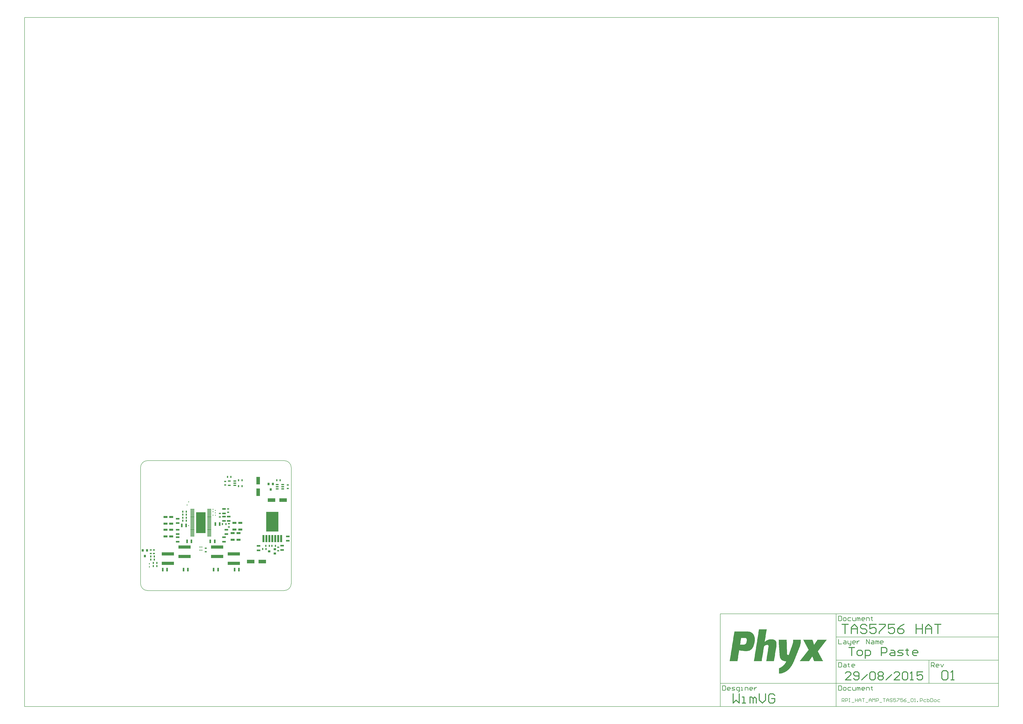
<source format=gtp>
G04 Layer_Color=8421504*
%FSLAX25Y25*%
%MOIN*%
G70*
G01*
G75*
%ADD12R,0.03543X0.02362*%
%ADD13R,0.01181X0.01772*%
%ADD14R,0.03347X0.03937*%
%ADD15R,0.03347X0.03937*%
%ADD16R,0.05906X0.02756*%
%ADD17R,0.07087X0.03543*%
%ADD18R,0.02362X0.03543*%
%ADD19R,0.01575X0.01890*%
%ADD20R,0.16142X0.35827*%
%ADD21R,0.06890X0.01181*%
%ADD22R,0.04528X0.02362*%
%ADD23C,0.01575*%
%ADD24R,0.12598X0.06299*%
%ADD25R,0.06299X0.12598*%
%ADD26R,0.03937X0.03347*%
%ADD27R,0.03937X0.03347*%
%ADD28R,0.03504X0.12047*%
%ADD29R,0.21063X0.33622*%
%ADD30R,0.02756X0.05906*%
%ADD31R,0.20984X0.05630*%
%ADD32C,0.00984*%
%ADD33C,0.00787*%
%ADD35C,0.01575*%
G36*
X1121080Y-83717D02*
Y-84003D01*
Y-84290D01*
Y-84576D01*
Y-84862D01*
Y-85149D01*
Y-85435D01*
Y-85721D01*
Y-86007D01*
Y-86294D01*
Y-86580D01*
Y-86866D01*
Y-87153D01*
Y-87439D01*
Y-87725D01*
Y-88012D01*
Y-88298D01*
Y-88584D01*
Y-88871D01*
Y-89157D01*
Y-89443D01*
X1120793D01*
Y-89730D01*
Y-90016D01*
Y-90302D01*
Y-90588D01*
Y-90875D01*
X1120507D01*
Y-91161D01*
Y-91448D01*
Y-91734D01*
Y-92020D01*
X1120221D01*
Y-92306D01*
Y-92593D01*
Y-92879D01*
Y-93165D01*
X1119934D01*
Y-93452D01*
Y-93738D01*
Y-94024D01*
X1119648D01*
Y-94311D01*
Y-94597D01*
Y-94883D01*
X1119362D01*
Y-95170D01*
Y-95456D01*
Y-95742D01*
X1119075D01*
Y-96029D01*
Y-96315D01*
Y-96601D01*
X1118789D01*
Y-96887D01*
Y-97174D01*
X1118503D01*
Y-97460D01*
Y-97746D01*
X1118217D01*
Y-98033D01*
Y-98319D01*
Y-98605D01*
X1117930D01*
Y-98892D01*
Y-99178D01*
X1117644D01*
Y-99464D01*
Y-99751D01*
Y-100037D01*
X1117358D01*
Y-100323D01*
Y-100610D01*
X1117071D01*
Y-100896D01*
Y-101182D01*
Y-101468D01*
X1116785D01*
Y-101755D01*
Y-102041D01*
X1116499D01*
Y-102327D01*
Y-102614D01*
Y-102900D01*
X1116212D01*
Y-103186D01*
Y-103473D01*
X1115926D01*
Y-103759D01*
Y-104045D01*
Y-104332D01*
X1115640D01*
Y-104618D01*
Y-104904D01*
X1115353D01*
Y-105191D01*
Y-105477D01*
Y-105763D01*
X1115067D01*
Y-106049D01*
Y-106336D01*
X1114781D01*
Y-106622D01*
Y-106908D01*
Y-107195D01*
X1114494D01*
Y-107481D01*
Y-107767D01*
X1114208D01*
Y-108054D01*
Y-108340D01*
Y-108626D01*
X1113922D01*
Y-108913D01*
Y-109199D01*
X1113636D01*
Y-109485D01*
Y-109772D01*
Y-110058D01*
X1113349D01*
Y-110344D01*
Y-110630D01*
X1113063D01*
Y-110917D01*
Y-111203D01*
Y-111489D01*
X1112776D01*
Y-111776D01*
Y-112062D01*
X1112490D01*
Y-112348D01*
Y-112635D01*
Y-112921D01*
X1112204D01*
Y-113207D01*
Y-113494D01*
X1111918D01*
Y-113780D01*
Y-114066D01*
Y-114353D01*
X1111631D01*
Y-114639D01*
Y-114925D01*
X1111345D01*
Y-115211D01*
Y-115498D01*
Y-115784D01*
X1111059D01*
Y-116070D01*
Y-116357D01*
X1110772D01*
Y-116643D01*
Y-116929D01*
Y-117216D01*
X1110486D01*
Y-117502D01*
Y-117788D01*
X1110200D01*
Y-118075D01*
Y-118361D01*
Y-118647D01*
X1109913D01*
Y-118933D01*
Y-119220D01*
X1109627D01*
Y-119506D01*
Y-119792D01*
Y-120079D01*
X1109341D01*
Y-120365D01*
Y-120651D01*
X1109054D01*
Y-120938D01*
Y-121224D01*
X1108768D01*
Y-121510D01*
Y-121797D01*
X1108482D01*
Y-122083D01*
Y-122369D01*
Y-122656D01*
X1108195D01*
Y-122942D01*
X1107909D01*
Y-123228D01*
Y-123514D01*
Y-123801D01*
X1107623D01*
Y-124087D01*
X1107337D01*
Y-124373D01*
Y-124660D01*
X1107050D01*
Y-124946D01*
Y-125232D01*
X1106764D01*
Y-125519D01*
Y-125805D01*
X1106478D01*
Y-126091D01*
Y-126378D01*
X1106191D01*
Y-126664D01*
X1105905D01*
Y-126950D01*
Y-127237D01*
X1105619D01*
Y-127523D01*
Y-127809D01*
X1105332D01*
Y-128095D01*
X1105046D01*
Y-128382D01*
X1104760D01*
Y-128668D01*
Y-128954D01*
X1104473D01*
Y-129241D01*
X1104187D01*
Y-129527D01*
Y-129813D01*
X1103901D01*
Y-130100D01*
X1103615D01*
Y-130386D01*
X1103328D01*
Y-130672D01*
Y-130959D01*
X1103042D01*
Y-131245D01*
X1102756D01*
Y-131531D01*
X1102469D01*
Y-131818D01*
X1102183D01*
Y-132104D01*
X1101897D01*
Y-132390D01*
Y-132676D01*
X1101610D01*
Y-132963D01*
X1101324D01*
Y-133249D01*
X1101038D01*
Y-133535D01*
X1100751D01*
Y-133822D01*
X1100465D01*
Y-134108D01*
X1100179D01*
Y-134394D01*
X1099892D01*
Y-134681D01*
X1099320D01*
Y-134967D01*
X1099034D01*
Y-135253D01*
X1098747D01*
Y-135540D01*
X1098461D01*
Y-135826D01*
X1098175D01*
Y-136112D01*
X1097602D01*
Y-136399D01*
X1097316D01*
Y-136685D01*
X1096743D01*
Y-136971D01*
X1096457D01*
Y-137258D01*
X1095884D01*
Y-137544D01*
X1095598D01*
Y-137830D01*
X1095025D01*
Y-138117D01*
X1094452D01*
Y-138403D01*
X1093880D01*
Y-138689D01*
X1093307D01*
Y-138975D01*
X1092735D01*
Y-139262D01*
X1091876D01*
Y-139548D01*
X1091303D01*
Y-139834D01*
X1090444D01*
Y-140121D01*
X1089299D01*
Y-140407D01*
X1088154D01*
Y-140693D01*
X1086436D01*
Y-140980D01*
X1084432D01*
Y-141266D01*
X1084145D01*
Y-140980D01*
Y-140693D01*
Y-140407D01*
Y-140121D01*
Y-139834D01*
Y-139548D01*
Y-139262D01*
Y-138975D01*
Y-138689D01*
Y-138403D01*
Y-138117D01*
Y-137830D01*
Y-137544D01*
Y-137258D01*
Y-136971D01*
Y-136685D01*
Y-136399D01*
Y-136112D01*
Y-135826D01*
Y-135540D01*
Y-135253D01*
Y-134967D01*
Y-134681D01*
Y-134394D01*
Y-134108D01*
Y-133822D01*
Y-133535D01*
Y-133249D01*
Y-132963D01*
Y-132676D01*
Y-132390D01*
Y-132104D01*
Y-131818D01*
X1084718D01*
Y-131531D01*
X1085291D01*
Y-131245D01*
X1085863D01*
Y-130959D01*
X1086436D01*
Y-130672D01*
X1087008D01*
Y-130386D01*
X1087581D01*
Y-130100D01*
X1087867D01*
Y-129813D01*
X1088440D01*
Y-129527D01*
X1088726D01*
Y-129241D01*
X1089299D01*
Y-128954D01*
X1089585D01*
Y-128668D01*
X1089872D01*
Y-128382D01*
X1090444D01*
Y-128095D01*
X1090730D01*
Y-127809D01*
X1091017D01*
Y-127523D01*
X1091303D01*
Y-127237D01*
X1091589D01*
Y-126950D01*
X1091876D01*
Y-126664D01*
X1092162D01*
Y-126378D01*
X1092448D01*
Y-126091D01*
X1092735D01*
Y-125805D01*
X1093021D01*
Y-125519D01*
X1093307D01*
Y-125232D01*
X1093594D01*
Y-124946D01*
Y-124660D01*
X1093880D01*
Y-124373D01*
X1094166D01*
Y-124087D01*
X1094452D01*
Y-123801D01*
Y-123514D01*
X1094739D01*
Y-123228D01*
X1095025D01*
Y-122942D01*
Y-122656D01*
X1095311D01*
Y-122369D01*
Y-122083D01*
X1095598D01*
Y-121797D01*
X1095884D01*
Y-121510D01*
Y-121224D01*
X1096170D01*
Y-120938D01*
Y-120651D01*
X1096457D01*
Y-120365D01*
Y-120079D01*
X1094739D01*
Y-119792D01*
X1092735D01*
Y-119506D01*
X1091589D01*
Y-119220D01*
X1091017D01*
Y-118933D01*
X1090158D01*
Y-118647D01*
X1089585D01*
Y-118361D01*
X1089299D01*
Y-118075D01*
X1088726D01*
Y-117788D01*
X1088440D01*
Y-117502D01*
X1088154D01*
Y-117216D01*
X1087867D01*
Y-116929D01*
X1087581D01*
Y-116643D01*
X1087295D01*
Y-116357D01*
Y-116070D01*
X1087008D01*
Y-115784D01*
X1086722D01*
Y-115498D01*
Y-115211D01*
X1086436D01*
Y-114925D01*
Y-114639D01*
X1086149D01*
Y-114353D01*
Y-114066D01*
X1085863D01*
Y-113780D01*
Y-113494D01*
Y-113207D01*
X1085577D01*
Y-112921D01*
Y-112635D01*
Y-112348D01*
Y-112062D01*
X1085291D01*
Y-111776D01*
Y-111489D01*
Y-111203D01*
Y-110917D01*
Y-110630D01*
Y-110344D01*
Y-110058D01*
X1085004D01*
Y-109772D01*
Y-109485D01*
Y-109199D01*
Y-108913D01*
Y-108626D01*
Y-108340D01*
Y-108054D01*
Y-107767D01*
Y-107481D01*
Y-107195D01*
Y-106908D01*
Y-106622D01*
Y-106336D01*
Y-106049D01*
Y-105763D01*
X1084718D01*
Y-105477D01*
Y-105191D01*
Y-104904D01*
Y-104618D01*
Y-104332D01*
Y-104045D01*
Y-103759D01*
Y-103473D01*
Y-103186D01*
Y-102900D01*
Y-102614D01*
Y-102327D01*
Y-102041D01*
Y-101755D01*
Y-101468D01*
X1084432D01*
Y-101182D01*
Y-100896D01*
Y-100610D01*
Y-100323D01*
Y-100037D01*
Y-99751D01*
Y-99464D01*
Y-99178D01*
Y-98892D01*
Y-98605D01*
Y-98319D01*
Y-98033D01*
Y-97746D01*
Y-97460D01*
Y-97174D01*
Y-96887D01*
X1084145D01*
Y-96601D01*
Y-96315D01*
Y-96029D01*
Y-95742D01*
Y-95456D01*
Y-95170D01*
Y-94883D01*
Y-94597D01*
Y-94311D01*
Y-94024D01*
Y-93738D01*
Y-93452D01*
Y-93165D01*
Y-92879D01*
Y-92593D01*
Y-92306D01*
X1083859D01*
Y-92020D01*
Y-91734D01*
Y-91448D01*
Y-91161D01*
Y-90875D01*
Y-90588D01*
Y-90302D01*
Y-90016D01*
Y-89730D01*
Y-89443D01*
Y-89157D01*
Y-88871D01*
Y-88584D01*
Y-88298D01*
X1083573D01*
Y-88012D01*
Y-87725D01*
Y-87439D01*
Y-87153D01*
Y-86866D01*
Y-86580D01*
Y-86294D01*
Y-86007D01*
Y-85721D01*
Y-85435D01*
Y-85149D01*
Y-84862D01*
Y-84576D01*
Y-84290D01*
Y-84003D01*
Y-83717D01*
X1083286D01*
Y-83431D01*
X1097029D01*
Y-83717D01*
Y-84003D01*
Y-84290D01*
Y-84576D01*
Y-84862D01*
Y-85149D01*
Y-85435D01*
Y-85721D01*
Y-86007D01*
Y-86294D01*
Y-86580D01*
Y-86866D01*
Y-87153D01*
Y-87439D01*
X1097316D01*
Y-87725D01*
Y-88012D01*
Y-88298D01*
Y-88584D01*
Y-88871D01*
Y-89157D01*
Y-89443D01*
Y-89730D01*
Y-90016D01*
Y-90302D01*
Y-90588D01*
Y-90875D01*
Y-91161D01*
Y-91448D01*
Y-91734D01*
Y-92020D01*
Y-92306D01*
Y-92593D01*
Y-92879D01*
Y-93165D01*
Y-93452D01*
Y-93738D01*
Y-94024D01*
Y-94311D01*
Y-94597D01*
Y-94883D01*
Y-95170D01*
Y-95456D01*
Y-95742D01*
Y-96029D01*
Y-96315D01*
Y-96601D01*
Y-96887D01*
Y-97174D01*
Y-97460D01*
Y-97746D01*
Y-98033D01*
Y-98319D01*
Y-98605D01*
Y-98892D01*
Y-99178D01*
X1097602D01*
Y-99464D01*
X1097316D01*
Y-99751D01*
Y-100037D01*
X1097602D01*
Y-100323D01*
Y-100610D01*
Y-100896D01*
Y-101182D01*
Y-101468D01*
Y-101755D01*
Y-102041D01*
Y-102327D01*
Y-102614D01*
Y-102900D01*
Y-103186D01*
Y-103473D01*
Y-103759D01*
Y-104045D01*
Y-104332D01*
Y-104618D01*
Y-104904D01*
Y-105191D01*
Y-105477D01*
Y-105763D01*
Y-106049D01*
Y-106336D01*
Y-106622D01*
Y-106908D01*
Y-107195D01*
Y-107481D01*
X1097888D01*
Y-107767D01*
Y-108054D01*
Y-108340D01*
X1098175D01*
Y-108626D01*
X1098461D01*
Y-108913D01*
X1098747D01*
Y-109199D01*
X1099606D01*
Y-109485D01*
X1100465D01*
Y-109199D01*
X1100751D01*
Y-108913D01*
Y-108626D01*
Y-108340D01*
X1101038D01*
Y-108054D01*
Y-107767D01*
X1101324D01*
Y-107481D01*
Y-107195D01*
Y-106908D01*
X1101610D01*
Y-106622D01*
Y-106336D01*
Y-106049D01*
X1101897D01*
Y-105763D01*
Y-105477D01*
Y-105191D01*
X1102183D01*
Y-104904D01*
Y-104618D01*
Y-104332D01*
X1102469D01*
Y-104045D01*
Y-103759D01*
X1102756D01*
Y-103473D01*
Y-103186D01*
Y-102900D01*
X1103042D01*
Y-102614D01*
Y-102327D01*
Y-102041D01*
X1103328D01*
Y-101755D01*
Y-101468D01*
Y-101182D01*
X1103615D01*
Y-100896D01*
Y-100610D01*
X1103901D01*
Y-100323D01*
Y-100037D01*
Y-99751D01*
X1104187D01*
Y-99464D01*
Y-99178D01*
Y-98892D01*
X1104473D01*
Y-98605D01*
Y-98319D01*
Y-98033D01*
X1104760D01*
Y-97746D01*
Y-97460D01*
X1105046D01*
Y-97174D01*
Y-96887D01*
Y-96601D01*
X1105332D01*
Y-96315D01*
Y-96029D01*
Y-95742D01*
X1105619D01*
Y-95456D01*
Y-95170D01*
Y-94883D01*
X1105905D01*
Y-94597D01*
Y-94311D01*
X1106191D01*
Y-94024D01*
Y-93738D01*
Y-93452D01*
X1106478D01*
Y-93165D01*
Y-92879D01*
Y-92593D01*
X1106764D01*
Y-92306D01*
Y-92020D01*
Y-91734D01*
X1107050D01*
Y-91448D01*
Y-91161D01*
Y-90875D01*
Y-90588D01*
X1107337D01*
Y-90302D01*
Y-90016D01*
Y-89730D01*
Y-89443D01*
X1107623D01*
Y-89157D01*
Y-88871D01*
Y-88584D01*
Y-88298D01*
Y-88012D01*
X1107909D01*
Y-87725D01*
Y-87439D01*
Y-87153D01*
Y-86866D01*
Y-86580D01*
Y-86294D01*
X1108195D01*
Y-86007D01*
Y-85721D01*
Y-85435D01*
Y-85149D01*
Y-84862D01*
Y-84576D01*
Y-84290D01*
Y-84003D01*
Y-83717D01*
Y-83431D01*
X1121080D01*
Y-83717D01*
D02*
G37*
G36*
X1063244Y-66252D02*
Y-66538D01*
X1062958D01*
Y-66825D01*
Y-67111D01*
Y-67397D01*
Y-67684D01*
Y-67970D01*
Y-68256D01*
X1062672D01*
Y-68542D01*
Y-68829D01*
Y-69115D01*
Y-69401D01*
Y-69688D01*
Y-69974D01*
X1062385D01*
Y-70260D01*
Y-70547D01*
Y-70833D01*
Y-71119D01*
Y-71406D01*
Y-71692D01*
Y-71978D01*
X1062099D01*
Y-72264D01*
Y-72551D01*
Y-72837D01*
Y-73123D01*
Y-73410D01*
Y-73696D01*
X1061813D01*
Y-73982D01*
Y-74269D01*
Y-74555D01*
Y-74841D01*
Y-75128D01*
Y-75414D01*
X1061526D01*
Y-75700D01*
Y-75987D01*
Y-76273D01*
Y-76559D01*
Y-76846D01*
Y-77132D01*
Y-77418D01*
X1061240D01*
Y-77704D01*
Y-77991D01*
Y-78277D01*
Y-78563D01*
Y-78850D01*
Y-79136D01*
X1060954D01*
Y-79422D01*
Y-79709D01*
Y-79995D01*
Y-80281D01*
Y-80568D01*
Y-80854D01*
X1060668D01*
Y-81140D01*
Y-81427D01*
Y-81713D01*
Y-81999D01*
Y-82285D01*
Y-82572D01*
X1060381D01*
Y-82858D01*
Y-83144D01*
Y-83431D01*
Y-83717D01*
Y-84003D01*
Y-84290D01*
Y-84576D01*
X1060095D01*
Y-84862D01*
Y-85149D01*
Y-85435D01*
Y-85721D01*
Y-86007D01*
Y-86294D01*
X1059809D01*
Y-86580D01*
Y-86866D01*
X1060381D01*
Y-86580D01*
X1060668D01*
Y-86294D01*
X1060954D01*
Y-86007D01*
X1061526D01*
Y-85721D01*
X1061813D01*
Y-85435D01*
X1062099D01*
Y-85149D01*
X1062672D01*
Y-84862D01*
X1063244D01*
Y-84576D01*
X1063531D01*
Y-84290D01*
X1064103D01*
Y-84003D01*
X1064962D01*
Y-83717D01*
X1065535D01*
Y-83431D01*
X1066394D01*
Y-83144D01*
X1067825D01*
Y-82858D01*
X1074124D01*
Y-83144D01*
X1075270D01*
Y-83431D01*
X1076128D01*
Y-83717D01*
X1076701D01*
Y-84003D01*
X1076987D01*
Y-84290D01*
X1077560D01*
Y-84576D01*
X1077846D01*
Y-84862D01*
X1078133D01*
Y-85149D01*
X1078419D01*
Y-85435D01*
X1078705D01*
Y-85721D01*
Y-86007D01*
X1078992D01*
Y-86294D01*
Y-86580D01*
X1079278D01*
Y-86866D01*
Y-87153D01*
Y-87439D01*
X1079564D01*
Y-87725D01*
Y-88012D01*
Y-88298D01*
Y-88584D01*
X1079850D01*
Y-88871D01*
Y-89157D01*
Y-89443D01*
Y-89730D01*
Y-90016D01*
Y-90302D01*
Y-90588D01*
Y-90875D01*
Y-91161D01*
Y-91448D01*
Y-91734D01*
Y-92020D01*
Y-92306D01*
Y-92593D01*
Y-92879D01*
Y-93165D01*
Y-93452D01*
Y-93738D01*
X1079564D01*
Y-94024D01*
Y-94311D01*
Y-94597D01*
Y-94883D01*
Y-95170D01*
Y-95456D01*
Y-95742D01*
X1079278D01*
Y-96029D01*
Y-96315D01*
Y-96601D01*
Y-96887D01*
Y-97174D01*
Y-97460D01*
Y-97746D01*
X1078992D01*
Y-98033D01*
Y-98319D01*
Y-98605D01*
Y-98892D01*
Y-99178D01*
Y-99464D01*
X1078705D01*
Y-99751D01*
Y-100037D01*
Y-100323D01*
Y-100610D01*
Y-100896D01*
Y-101182D01*
X1078419D01*
Y-101468D01*
Y-101755D01*
Y-102041D01*
Y-102327D01*
Y-102614D01*
Y-102900D01*
X1078133D01*
Y-103186D01*
Y-103473D01*
Y-103759D01*
Y-104045D01*
Y-104332D01*
Y-104618D01*
Y-104904D01*
X1077846D01*
Y-105191D01*
Y-105477D01*
Y-105763D01*
Y-106049D01*
Y-106336D01*
Y-106622D01*
X1077560D01*
Y-106908D01*
Y-107195D01*
Y-107481D01*
Y-107767D01*
Y-108054D01*
Y-108340D01*
X1077274D01*
Y-108626D01*
Y-108913D01*
Y-109199D01*
Y-109485D01*
Y-109772D01*
Y-110058D01*
Y-110344D01*
X1076987D01*
Y-110630D01*
Y-110917D01*
Y-111203D01*
Y-111489D01*
Y-111776D01*
Y-112062D01*
X1076701D01*
Y-112348D01*
Y-112635D01*
Y-112921D01*
Y-113207D01*
Y-113494D01*
Y-113780D01*
X1076415D01*
Y-114066D01*
Y-114353D01*
Y-114639D01*
Y-114925D01*
Y-115211D01*
Y-115498D01*
X1076128D01*
Y-115784D01*
Y-116070D01*
Y-116357D01*
Y-116643D01*
Y-116929D01*
Y-117216D01*
Y-117502D01*
X1075842D01*
Y-117788D01*
Y-118075D01*
Y-118361D01*
Y-118647D01*
Y-118933D01*
Y-119220D01*
X1075556D01*
Y-119506D01*
Y-119792D01*
X1062385D01*
Y-119506D01*
Y-119220D01*
X1062672D01*
Y-118933D01*
Y-118647D01*
Y-118361D01*
Y-118075D01*
Y-117788D01*
Y-117502D01*
X1062958D01*
Y-117216D01*
Y-116929D01*
Y-116643D01*
Y-116357D01*
Y-116070D01*
Y-115784D01*
Y-115498D01*
X1063244D01*
Y-115211D01*
Y-114925D01*
Y-114639D01*
Y-114353D01*
Y-114066D01*
Y-113780D01*
X1063531D01*
Y-113494D01*
Y-113207D01*
Y-112921D01*
Y-112635D01*
Y-112348D01*
Y-112062D01*
X1063817D01*
Y-111776D01*
Y-111489D01*
Y-111203D01*
Y-110917D01*
Y-110630D01*
Y-110344D01*
Y-110058D01*
X1064103D01*
Y-109772D01*
Y-109485D01*
Y-109199D01*
Y-108913D01*
Y-108626D01*
Y-108340D01*
X1064390D01*
Y-108054D01*
Y-107767D01*
Y-107481D01*
Y-107195D01*
Y-106908D01*
Y-106622D01*
Y-106336D01*
X1064676D01*
Y-106049D01*
Y-105763D01*
Y-105477D01*
Y-105191D01*
Y-104904D01*
Y-104618D01*
X1064962D01*
Y-104332D01*
Y-104045D01*
Y-103759D01*
Y-103473D01*
Y-103186D01*
Y-102900D01*
X1065249D01*
Y-102614D01*
Y-102327D01*
Y-102041D01*
Y-101755D01*
Y-101468D01*
Y-101182D01*
X1065535D01*
Y-100896D01*
Y-100610D01*
Y-100323D01*
Y-100037D01*
Y-99751D01*
Y-99464D01*
Y-99178D01*
X1065821D01*
Y-98892D01*
Y-98605D01*
Y-98319D01*
Y-98033D01*
Y-97746D01*
Y-97460D01*
X1066107D01*
Y-97174D01*
Y-96887D01*
Y-96601D01*
Y-96315D01*
Y-96029D01*
Y-95742D01*
Y-95456D01*
X1066394D01*
Y-95170D01*
Y-94883D01*
Y-94597D01*
Y-94311D01*
Y-94024D01*
Y-93738D01*
X1066107D01*
Y-93452D01*
Y-93165D01*
X1065821D01*
Y-92879D01*
X1065535D01*
Y-92593D01*
X1064962D01*
Y-92306D01*
X1063244D01*
Y-92593D01*
X1061813D01*
Y-92879D01*
X1060954D01*
Y-93165D01*
X1060381D01*
Y-93452D01*
X1060095D01*
Y-93738D01*
X1059522D01*
Y-94024D01*
X1059236D01*
Y-94311D01*
X1058950D01*
Y-94597D01*
Y-94883D01*
X1058663D01*
Y-95170D01*
Y-95456D01*
Y-95742D01*
X1058377D01*
Y-96029D01*
Y-96315D01*
Y-96601D01*
Y-96887D01*
Y-97174D01*
Y-97460D01*
X1058091D01*
Y-97746D01*
Y-98033D01*
Y-98319D01*
Y-98605D01*
Y-98892D01*
Y-99178D01*
Y-99464D01*
X1057804D01*
Y-99751D01*
Y-100037D01*
Y-100323D01*
Y-100610D01*
Y-100896D01*
Y-101182D01*
X1057518D01*
Y-101468D01*
Y-101755D01*
Y-102041D01*
Y-102327D01*
Y-102614D01*
Y-102900D01*
X1057232D01*
Y-103186D01*
Y-103473D01*
Y-103759D01*
Y-104045D01*
Y-104332D01*
Y-104618D01*
X1056946D01*
Y-104904D01*
Y-105191D01*
Y-105477D01*
Y-105763D01*
Y-106049D01*
Y-106336D01*
Y-106622D01*
X1056659D01*
Y-106908D01*
Y-107195D01*
Y-107481D01*
Y-107767D01*
Y-108054D01*
Y-108340D01*
X1056373D01*
Y-108626D01*
Y-108913D01*
Y-109199D01*
Y-109485D01*
Y-109772D01*
Y-110058D01*
X1056087D01*
Y-110344D01*
Y-110630D01*
Y-110917D01*
Y-111203D01*
Y-111489D01*
Y-111776D01*
Y-112062D01*
X1055800D01*
Y-112348D01*
Y-112635D01*
Y-112921D01*
Y-113207D01*
Y-113494D01*
Y-113780D01*
X1055514D01*
Y-114066D01*
Y-114353D01*
Y-114639D01*
Y-114925D01*
Y-115211D01*
Y-115498D01*
X1055228D01*
Y-115784D01*
Y-116070D01*
Y-116357D01*
Y-116643D01*
Y-116929D01*
Y-117216D01*
X1054941D01*
Y-117502D01*
Y-117788D01*
Y-118075D01*
Y-118361D01*
Y-118647D01*
Y-118933D01*
Y-119220D01*
X1054655D01*
Y-119506D01*
Y-119792D01*
X1041485D01*
Y-119506D01*
Y-119220D01*
X1041771D01*
Y-118933D01*
Y-118647D01*
Y-118361D01*
Y-118075D01*
Y-117788D01*
Y-117502D01*
Y-117216D01*
X1042057D01*
Y-116929D01*
Y-116643D01*
Y-116357D01*
Y-116070D01*
Y-115784D01*
Y-115498D01*
X1042344D01*
Y-115211D01*
Y-114925D01*
Y-114639D01*
Y-114353D01*
Y-114066D01*
Y-113780D01*
X1042630D01*
Y-113494D01*
Y-113207D01*
Y-112921D01*
Y-112635D01*
Y-112348D01*
Y-112062D01*
Y-111776D01*
X1042916D01*
Y-111489D01*
Y-111203D01*
Y-110917D01*
Y-110630D01*
Y-110344D01*
Y-110058D01*
X1043202D01*
Y-109772D01*
Y-109485D01*
Y-109199D01*
Y-108913D01*
Y-108626D01*
Y-108340D01*
X1043489D01*
Y-108054D01*
Y-107767D01*
Y-107481D01*
Y-107195D01*
Y-106908D01*
Y-106622D01*
X1043775D01*
Y-106336D01*
Y-106049D01*
Y-105763D01*
Y-105477D01*
Y-105191D01*
Y-104904D01*
Y-104618D01*
X1044061D01*
Y-104332D01*
Y-104045D01*
Y-103759D01*
Y-103473D01*
Y-103186D01*
Y-102900D01*
X1044348D01*
Y-102614D01*
Y-102327D01*
Y-102041D01*
Y-101755D01*
Y-101468D01*
Y-101182D01*
X1044634D01*
Y-100896D01*
Y-100610D01*
Y-100323D01*
Y-100037D01*
Y-99751D01*
Y-99464D01*
Y-99178D01*
X1044920D01*
Y-98892D01*
Y-98605D01*
Y-98319D01*
Y-98033D01*
Y-97746D01*
Y-97460D01*
X1045207D01*
Y-97174D01*
Y-96887D01*
Y-96601D01*
Y-96315D01*
Y-96029D01*
Y-95742D01*
X1045493D01*
Y-95456D01*
Y-95170D01*
Y-94883D01*
Y-94597D01*
Y-94311D01*
Y-94024D01*
X1045779D01*
Y-93738D01*
Y-93452D01*
Y-93165D01*
Y-92879D01*
Y-92593D01*
Y-92306D01*
Y-92020D01*
X1046066D01*
Y-91734D01*
Y-91448D01*
Y-91161D01*
Y-90875D01*
Y-90588D01*
Y-90302D01*
X1046352D01*
Y-90016D01*
Y-89730D01*
Y-89443D01*
Y-89157D01*
Y-88871D01*
Y-88584D01*
X1046638D01*
Y-88298D01*
Y-88012D01*
Y-87725D01*
Y-87439D01*
Y-87153D01*
Y-86866D01*
X1046925D01*
Y-86580D01*
Y-86294D01*
Y-86007D01*
Y-85721D01*
Y-85435D01*
Y-85149D01*
Y-84862D01*
X1047211D01*
Y-84576D01*
Y-84290D01*
Y-84003D01*
Y-83717D01*
Y-83431D01*
Y-83144D01*
X1047497D01*
Y-82858D01*
Y-82572D01*
Y-82285D01*
Y-81999D01*
Y-81713D01*
Y-81427D01*
X1047783D01*
Y-81140D01*
Y-80854D01*
Y-80568D01*
Y-80281D01*
Y-79995D01*
Y-79709D01*
Y-79422D01*
X1048070D01*
Y-79136D01*
Y-78850D01*
Y-78563D01*
Y-78277D01*
Y-77991D01*
Y-77704D01*
X1048356D01*
Y-77418D01*
Y-77132D01*
Y-76846D01*
Y-76559D01*
Y-76273D01*
Y-75987D01*
X1048642D01*
Y-75700D01*
Y-75414D01*
Y-75128D01*
Y-74841D01*
Y-74555D01*
Y-74269D01*
X1048929D01*
Y-73982D01*
Y-73696D01*
Y-73410D01*
Y-73123D01*
Y-72837D01*
Y-72551D01*
Y-72264D01*
X1049215D01*
Y-71978D01*
Y-71692D01*
Y-71406D01*
Y-71119D01*
Y-70833D01*
Y-70547D01*
X1049501D01*
Y-70260D01*
Y-69974D01*
Y-69688D01*
Y-69401D01*
Y-69115D01*
Y-68829D01*
X1049788D01*
Y-68542D01*
Y-68256D01*
Y-67970D01*
Y-67684D01*
Y-67397D01*
Y-67111D01*
Y-66825D01*
X1050074D01*
Y-66538D01*
Y-66252D01*
Y-65966D01*
X1063244D01*
Y-66252D01*
D02*
G37*
G36*
X1032036Y-69688D02*
X1033754D01*
Y-69974D01*
X1034613D01*
Y-70260D01*
X1035472D01*
Y-70547D01*
X1036331D01*
Y-70833D01*
X1036904D01*
Y-71119D01*
X1037190D01*
Y-71406D01*
X1037763D01*
Y-71692D01*
X1038049D01*
Y-71978D01*
X1038622D01*
Y-72264D01*
X1038908D01*
Y-72551D01*
X1039194D01*
Y-72837D01*
X1039480D01*
Y-73123D01*
X1039767D01*
Y-73410D01*
X1040053D01*
Y-73696D01*
X1040339D01*
Y-73982D01*
Y-74269D01*
X1040626D01*
Y-74555D01*
X1040912D01*
Y-74841D01*
Y-75128D01*
X1041198D01*
Y-75414D01*
X1041485D01*
Y-75700D01*
Y-75987D01*
X1041771D01*
Y-76273D01*
Y-76559D01*
Y-76846D01*
X1042057D01*
Y-77132D01*
Y-77418D01*
Y-77704D01*
X1042344D01*
Y-77991D01*
Y-78277D01*
Y-78563D01*
Y-78850D01*
X1042630D01*
Y-79136D01*
Y-79422D01*
Y-79709D01*
Y-79995D01*
Y-80281D01*
X1042916D01*
Y-80568D01*
Y-80854D01*
Y-81140D01*
Y-81427D01*
Y-81713D01*
Y-81999D01*
Y-82285D01*
Y-82572D01*
Y-82858D01*
Y-83144D01*
Y-83431D01*
Y-83717D01*
Y-84003D01*
Y-84290D01*
Y-84576D01*
Y-84862D01*
Y-85149D01*
Y-85435D01*
Y-85721D01*
Y-86007D01*
X1042630D01*
Y-86294D01*
Y-86580D01*
Y-86866D01*
Y-87153D01*
Y-87439D01*
Y-87725D01*
Y-88012D01*
X1042344D01*
Y-88298D01*
Y-88584D01*
Y-88871D01*
Y-89157D01*
Y-89443D01*
X1042057D01*
Y-89730D01*
Y-90016D01*
Y-90302D01*
Y-90588D01*
Y-90875D01*
X1041771D01*
Y-91161D01*
Y-91448D01*
Y-91734D01*
X1041485D01*
Y-92020D01*
Y-92306D01*
Y-92593D01*
Y-92879D01*
X1041198D01*
Y-93165D01*
Y-93452D01*
Y-93738D01*
X1040912D01*
Y-94024D01*
Y-94311D01*
X1040626D01*
Y-94597D01*
Y-94883D01*
Y-95170D01*
X1040339D01*
Y-95456D01*
Y-95742D01*
X1040053D01*
Y-96029D01*
Y-96315D01*
X1039767D01*
Y-96601D01*
Y-96887D01*
X1039480D01*
Y-97174D01*
X1039194D01*
Y-97460D01*
Y-97746D01*
X1038908D01*
Y-98033D01*
X1038622D01*
Y-98319D01*
X1038335D01*
Y-98605D01*
Y-98892D01*
X1038049D01*
Y-99178D01*
X1037763D01*
Y-99464D01*
X1037476D01*
Y-99751D01*
X1037190D01*
Y-100037D01*
X1036904D01*
Y-100323D01*
X1036331D01*
Y-100610D01*
X1036045D01*
Y-100896D01*
X1035472D01*
Y-101182D01*
X1035186D01*
Y-101468D01*
X1034613D01*
Y-101755D01*
X1033754D01*
Y-102041D01*
X1032895D01*
Y-102327D01*
X1032036D01*
Y-102614D01*
X1030318D01*
Y-102900D01*
X1025165D01*
Y-102614D01*
X1022588D01*
Y-102327D01*
X1020584D01*
Y-102041D01*
X1019152D01*
Y-101755D01*
X1017721D01*
Y-101468D01*
X1016289D01*
Y-101755D01*
Y-102041D01*
Y-102327D01*
Y-102614D01*
Y-102900D01*
Y-103186D01*
Y-103473D01*
X1016003D01*
Y-103759D01*
Y-104045D01*
Y-104332D01*
Y-104618D01*
Y-104904D01*
Y-105191D01*
X1015716D01*
Y-105477D01*
Y-105763D01*
Y-106049D01*
Y-106336D01*
Y-106622D01*
Y-106908D01*
X1015430D01*
Y-107195D01*
Y-107481D01*
Y-107767D01*
Y-108054D01*
Y-108340D01*
Y-108626D01*
Y-108913D01*
X1015144D01*
Y-109199D01*
Y-109485D01*
Y-109772D01*
Y-110058D01*
Y-110344D01*
Y-110630D01*
X1014857D01*
Y-110917D01*
Y-111203D01*
Y-111489D01*
Y-111776D01*
Y-112062D01*
Y-112348D01*
X1014571D01*
Y-112635D01*
Y-112921D01*
Y-113207D01*
Y-113494D01*
Y-113780D01*
Y-114066D01*
Y-114353D01*
X1014285D01*
Y-114639D01*
Y-114925D01*
Y-115211D01*
Y-115498D01*
Y-115784D01*
Y-116070D01*
X1013999D01*
Y-116357D01*
Y-116643D01*
Y-116929D01*
Y-117216D01*
Y-117502D01*
Y-117788D01*
X1013712D01*
Y-118075D01*
Y-118361D01*
Y-118647D01*
Y-118933D01*
Y-119220D01*
Y-119506D01*
Y-119792D01*
X1000256D01*
Y-119506D01*
X1000542D01*
Y-119220D01*
Y-118933D01*
Y-118647D01*
Y-118361D01*
Y-118075D01*
X1000828D01*
Y-117788D01*
Y-117502D01*
Y-117216D01*
Y-116929D01*
Y-116643D01*
Y-116357D01*
Y-116070D01*
X1001114D01*
Y-115784D01*
Y-115498D01*
Y-115211D01*
Y-114925D01*
Y-114639D01*
Y-114353D01*
X1001401D01*
Y-114066D01*
Y-113780D01*
Y-113494D01*
Y-113207D01*
Y-112921D01*
Y-112635D01*
X1001687D01*
Y-112348D01*
Y-112062D01*
Y-111776D01*
Y-111489D01*
Y-111203D01*
Y-110917D01*
Y-110630D01*
X1001974D01*
Y-110344D01*
Y-110058D01*
Y-109772D01*
Y-109485D01*
Y-109199D01*
Y-108913D01*
X1002260D01*
Y-108626D01*
Y-108340D01*
Y-108054D01*
Y-107767D01*
Y-107481D01*
Y-107195D01*
X1002546D01*
Y-106908D01*
Y-106622D01*
Y-106336D01*
Y-106049D01*
Y-105763D01*
Y-105477D01*
X1002832D01*
Y-105191D01*
Y-104904D01*
Y-104618D01*
Y-104332D01*
Y-104045D01*
Y-103759D01*
Y-103473D01*
X1003119D01*
Y-103186D01*
Y-102900D01*
Y-102614D01*
Y-102327D01*
Y-102041D01*
Y-101755D01*
X1003405D01*
Y-101468D01*
Y-101182D01*
Y-100896D01*
Y-100610D01*
Y-100323D01*
Y-100037D01*
X1003691D01*
Y-99751D01*
Y-99464D01*
Y-99178D01*
Y-98892D01*
Y-98605D01*
Y-98319D01*
X1003978D01*
Y-98033D01*
Y-97746D01*
Y-97460D01*
Y-97174D01*
Y-96887D01*
Y-96601D01*
Y-96315D01*
X1004264D01*
Y-96029D01*
Y-95742D01*
Y-95456D01*
Y-95170D01*
Y-94883D01*
Y-94597D01*
X1004550D01*
Y-94311D01*
Y-94024D01*
Y-93738D01*
Y-93452D01*
Y-93165D01*
Y-92879D01*
X1004837D01*
Y-92593D01*
Y-92306D01*
Y-92020D01*
Y-91734D01*
Y-91448D01*
Y-91161D01*
Y-90875D01*
X1005123D01*
Y-90588D01*
Y-90302D01*
Y-90016D01*
Y-89730D01*
Y-89443D01*
Y-89157D01*
X1005409D01*
Y-88871D01*
Y-88584D01*
Y-88298D01*
Y-88012D01*
Y-87725D01*
Y-87439D01*
X1005696D01*
Y-87153D01*
Y-86866D01*
Y-86580D01*
Y-86294D01*
Y-86007D01*
Y-85721D01*
X1005982D01*
Y-85435D01*
Y-85149D01*
Y-84862D01*
Y-84576D01*
Y-84290D01*
Y-84003D01*
Y-83717D01*
X1006268D01*
Y-83431D01*
Y-83144D01*
Y-82858D01*
Y-82572D01*
Y-82285D01*
Y-81999D01*
X1006555D01*
Y-81713D01*
Y-81427D01*
Y-81140D01*
Y-80854D01*
Y-80568D01*
Y-80281D01*
X1006841D01*
Y-79995D01*
Y-79709D01*
Y-79422D01*
Y-79136D01*
Y-78850D01*
Y-78563D01*
Y-78277D01*
X1007127D01*
Y-77991D01*
Y-77704D01*
Y-77418D01*
Y-77132D01*
Y-76846D01*
Y-76559D01*
X1007413D01*
Y-76273D01*
Y-75987D01*
Y-75700D01*
Y-75414D01*
Y-75128D01*
Y-74841D01*
X1007700D01*
Y-74555D01*
Y-74269D01*
Y-73982D01*
Y-73696D01*
Y-73410D01*
Y-73123D01*
Y-72837D01*
X1007986D01*
Y-72551D01*
Y-72264D01*
Y-71978D01*
Y-71692D01*
Y-71406D01*
Y-71119D01*
X1008272D01*
Y-70833D01*
Y-70547D01*
Y-70260D01*
Y-69974D01*
Y-69688D01*
Y-69401D01*
X1032036D01*
Y-69688D01*
D02*
G37*
G36*
X1165172Y-83717D02*
X1164886D01*
Y-84003D01*
X1164599D01*
Y-84290D01*
Y-84576D01*
X1164313D01*
Y-84862D01*
X1164027D01*
Y-85149D01*
X1163740D01*
Y-85435D01*
Y-85721D01*
X1163454D01*
Y-86007D01*
X1163168D01*
Y-86294D01*
X1162881D01*
Y-86580D01*
X1162595D01*
Y-86866D01*
Y-87153D01*
X1162309D01*
Y-87439D01*
X1162022D01*
Y-87725D01*
X1161736D01*
Y-88012D01*
Y-88298D01*
X1161450D01*
Y-88584D01*
X1161163D01*
Y-88871D01*
X1160877D01*
Y-89157D01*
X1160591D01*
Y-89443D01*
Y-89730D01*
X1160305D01*
Y-90016D01*
X1160018D01*
Y-90302D01*
X1159732D01*
Y-90588D01*
Y-90875D01*
X1159445D01*
Y-91161D01*
X1159159D01*
Y-91448D01*
X1158873D01*
Y-91734D01*
Y-92020D01*
X1158587D01*
Y-92306D01*
X1158300D01*
Y-92593D01*
X1158014D01*
Y-92879D01*
X1157728D01*
Y-93165D01*
Y-93452D01*
X1157441D01*
Y-93738D01*
X1157155D01*
Y-94024D01*
X1156869D01*
Y-94311D01*
Y-94597D01*
X1156582D01*
Y-94883D01*
X1156296D01*
Y-95170D01*
X1156010D01*
Y-95456D01*
Y-95742D01*
X1155723D01*
Y-96029D01*
X1155437D01*
Y-96315D01*
X1155151D01*
Y-96601D01*
X1154865D01*
Y-96887D01*
Y-97174D01*
X1154578D01*
Y-97460D01*
X1154292D01*
Y-97746D01*
X1154006D01*
Y-98033D01*
Y-98319D01*
X1153719D01*
Y-98605D01*
X1153433D01*
Y-98892D01*
X1153147D01*
Y-99178D01*
Y-99464D01*
X1152860D01*
Y-99751D01*
X1152574D01*
Y-100037D01*
X1152288D01*
Y-100323D01*
X1152001D01*
Y-100610D01*
Y-100896D01*
X1151715D01*
Y-101182D01*
X1151429D01*
Y-101468D01*
X1151142D01*
Y-101755D01*
Y-102041D01*
X1150856D01*
Y-102327D01*
X1150570D01*
Y-102614D01*
X1150284D01*
Y-102900D01*
X1149997D01*
Y-103186D01*
Y-103473D01*
X1150284D01*
Y-103759D01*
Y-104045D01*
X1150570D01*
Y-104332D01*
Y-104618D01*
X1150856D01*
Y-104904D01*
X1151142D01*
Y-105191D01*
Y-105477D01*
X1151429D01*
Y-105763D01*
Y-106049D01*
X1151715D01*
Y-106336D01*
Y-106622D01*
X1152001D01*
Y-106908D01*
Y-107195D01*
X1152288D01*
Y-107481D01*
Y-107767D01*
X1152574D01*
Y-108054D01*
Y-108340D01*
X1152860D01*
Y-108626D01*
Y-108913D01*
X1153147D01*
Y-109199D01*
Y-109485D01*
X1153433D01*
Y-109772D01*
X1153719D01*
Y-110058D01*
Y-110344D01*
X1154006D01*
Y-110630D01*
Y-110917D01*
X1154292D01*
Y-111203D01*
Y-111489D01*
X1154578D01*
Y-111776D01*
Y-112062D01*
X1154865D01*
Y-112348D01*
Y-112635D01*
X1155151D01*
Y-112921D01*
Y-113207D01*
X1155437D01*
Y-113494D01*
Y-113780D01*
X1155723D01*
Y-114066D01*
X1156010D01*
Y-114353D01*
Y-114639D01*
X1156296D01*
Y-114925D01*
Y-115211D01*
X1156582D01*
Y-115498D01*
Y-115784D01*
X1156869D01*
Y-116070D01*
Y-116357D01*
X1157155D01*
Y-116643D01*
Y-116929D01*
X1157441D01*
Y-117216D01*
Y-117502D01*
X1157728D01*
Y-117788D01*
Y-118075D01*
X1158014D01*
Y-118361D01*
X1158300D01*
Y-118647D01*
Y-118933D01*
X1158587D01*
Y-119220D01*
Y-119506D01*
X1158873D01*
Y-119792D01*
X1143698D01*
Y-119506D01*
X1143412D01*
Y-119220D01*
Y-118933D01*
Y-118647D01*
X1143126D01*
Y-118361D01*
Y-118075D01*
Y-117788D01*
X1142839D01*
Y-117502D01*
Y-117216D01*
X1142553D01*
Y-116929D01*
Y-116643D01*
Y-116357D01*
X1142267D01*
Y-116070D01*
Y-115784D01*
Y-115498D01*
X1141980D01*
Y-115211D01*
Y-114925D01*
X1141694D01*
Y-114639D01*
Y-114353D01*
Y-114066D01*
X1141408D01*
Y-113780D01*
Y-113494D01*
Y-113207D01*
X1141121D01*
Y-112921D01*
Y-112635D01*
Y-112348D01*
X1140835D01*
Y-112062D01*
X1140263D01*
Y-112348D01*
Y-112635D01*
X1139976D01*
Y-112921D01*
X1139690D01*
Y-113207D01*
Y-113494D01*
X1139404D01*
Y-113780D01*
X1139117D01*
Y-114066D01*
Y-114353D01*
X1138831D01*
Y-114639D01*
X1138545D01*
Y-114925D01*
Y-115211D01*
X1138258D01*
Y-115498D01*
X1137972D01*
Y-115784D01*
X1137686D01*
Y-116070D01*
Y-116357D01*
X1137399D01*
Y-116643D01*
X1137113D01*
Y-116929D01*
Y-117216D01*
X1136827D01*
Y-117502D01*
X1136541D01*
Y-117788D01*
Y-118075D01*
X1136254D01*
Y-118361D01*
X1135968D01*
Y-118647D01*
Y-118933D01*
X1135682D01*
Y-119220D01*
X1135395D01*
Y-119506D01*
Y-119792D01*
X1119362D01*
Y-119506D01*
X1119648D01*
Y-119220D01*
X1119934D01*
Y-118933D01*
X1120221D01*
Y-118647D01*
X1120507D01*
Y-118361D01*
Y-118075D01*
X1120793D01*
Y-117788D01*
X1121080D01*
Y-117502D01*
X1121366D01*
Y-117216D01*
X1121652D01*
Y-116929D01*
Y-116643D01*
X1121939D01*
Y-116357D01*
X1122225D01*
Y-116070D01*
X1122511D01*
Y-115784D01*
Y-115498D01*
X1122797D01*
Y-115211D01*
X1123084D01*
Y-114925D01*
X1123370D01*
Y-114639D01*
X1123656D01*
Y-114353D01*
Y-114066D01*
X1123943D01*
Y-113780D01*
X1124229D01*
Y-113494D01*
X1124515D01*
Y-113207D01*
X1124802D01*
Y-112921D01*
Y-112635D01*
X1125088D01*
Y-112348D01*
X1125374D01*
Y-112062D01*
X1125661D01*
Y-111776D01*
Y-111489D01*
X1125947D01*
Y-111203D01*
X1126233D01*
Y-110917D01*
X1126519D01*
Y-110630D01*
X1126806D01*
Y-110344D01*
Y-110058D01*
X1127092D01*
Y-109772D01*
X1127378D01*
Y-109485D01*
X1127665D01*
Y-109199D01*
Y-108913D01*
X1127951D01*
Y-108626D01*
X1128237D01*
Y-108340D01*
X1128524D01*
Y-108054D01*
X1128810D01*
Y-107767D01*
Y-107481D01*
X1129096D01*
Y-107195D01*
X1129383D01*
Y-106908D01*
X1129669D01*
Y-106622D01*
Y-106336D01*
X1129955D01*
Y-106049D01*
X1130242D01*
Y-105763D01*
X1130528D01*
Y-105477D01*
X1130814D01*
Y-105191D01*
Y-104904D01*
X1131100D01*
Y-104618D01*
X1131387D01*
Y-104332D01*
X1131673D01*
Y-104045D01*
X1131960D01*
Y-103759D01*
Y-103473D01*
X1132246D01*
Y-103186D01*
X1132532D01*
Y-102900D01*
X1132818D01*
Y-102614D01*
Y-102327D01*
X1133105D01*
Y-102041D01*
X1133391D01*
Y-101755D01*
X1133677D01*
Y-101468D01*
X1133964D01*
Y-101182D01*
Y-100896D01*
X1134250D01*
Y-100610D01*
Y-100323D01*
Y-100037D01*
X1133964D01*
Y-99751D01*
X1133677D01*
Y-99464D01*
Y-99178D01*
X1133391D01*
Y-98892D01*
Y-98605D01*
X1133105D01*
Y-98319D01*
Y-98033D01*
X1132818D01*
Y-97746D01*
Y-97460D01*
X1132532D01*
Y-97174D01*
Y-96887D01*
X1132246D01*
Y-96601D01*
Y-96315D01*
X1131960D01*
Y-96029D01*
X1131673D01*
Y-95742D01*
Y-95456D01*
X1131387D01*
Y-95170D01*
Y-94883D01*
X1131100D01*
Y-94597D01*
Y-94311D01*
X1130814D01*
Y-94024D01*
Y-93738D01*
X1130528D01*
Y-93452D01*
Y-93165D01*
X1130242D01*
Y-92879D01*
Y-92593D01*
X1129955D01*
Y-92306D01*
X1129669D01*
Y-92020D01*
Y-91734D01*
X1129383D01*
Y-91448D01*
Y-91161D01*
X1129096D01*
Y-90875D01*
Y-90588D01*
X1128810D01*
Y-90302D01*
Y-90016D01*
X1128524D01*
Y-89730D01*
Y-89443D01*
X1128237D01*
Y-89157D01*
Y-88871D01*
X1127951D01*
Y-88584D01*
Y-88298D01*
X1127665D01*
Y-88012D01*
X1127378D01*
Y-87725D01*
Y-87439D01*
X1127092D01*
Y-87153D01*
Y-86866D01*
X1126806D01*
Y-86580D01*
Y-86294D01*
X1126519D01*
Y-86007D01*
Y-85721D01*
X1126233D01*
Y-85435D01*
Y-85149D01*
X1125947D01*
Y-84862D01*
Y-84576D01*
X1125661D01*
Y-84290D01*
X1125374D01*
Y-84003D01*
Y-83717D01*
X1125088D01*
Y-83431D01*
X1140835D01*
Y-83717D01*
X1141121D01*
Y-84003D01*
Y-84290D01*
Y-84576D01*
X1141408D01*
Y-84862D01*
Y-85149D01*
Y-85435D01*
X1141694D01*
Y-85721D01*
Y-86007D01*
Y-86294D01*
X1141980D01*
Y-86580D01*
Y-86866D01*
Y-87153D01*
X1142267D01*
Y-87439D01*
Y-87725D01*
Y-88012D01*
X1142553D01*
Y-88298D01*
Y-88584D01*
Y-88871D01*
X1142839D01*
Y-89157D01*
Y-89443D01*
Y-89730D01*
X1143126D01*
Y-90016D01*
Y-90302D01*
Y-90588D01*
X1143412D01*
Y-90875D01*
Y-91161D01*
Y-91448D01*
Y-91734D01*
X1143985D01*
Y-91448D01*
X1144271D01*
Y-91161D01*
X1144557D01*
Y-90875D01*
Y-90588D01*
X1144844D01*
Y-90302D01*
X1145130D01*
Y-90016D01*
Y-89730D01*
X1145416D01*
Y-89443D01*
X1145702D01*
Y-89157D01*
Y-88871D01*
X1145989D01*
Y-88584D01*
X1146275D01*
Y-88298D01*
Y-88012D01*
X1146561D01*
Y-87725D01*
X1146848D01*
Y-87439D01*
Y-87153D01*
X1147134D01*
Y-86866D01*
X1147420D01*
Y-86580D01*
Y-86294D01*
X1147707D01*
Y-86007D01*
X1147993D01*
Y-85721D01*
Y-85435D01*
X1148279D01*
Y-85149D01*
X1148566D01*
Y-84862D01*
Y-84576D01*
X1148852D01*
Y-84290D01*
X1149138D01*
Y-84003D01*
Y-83717D01*
X1149425D01*
Y-83431D01*
X1165172D01*
Y-83717D01*
D02*
G37*
%LPC*%
G36*
X1027742Y-80568D02*
X1019725D01*
Y-80854D01*
Y-81140D01*
Y-81427D01*
Y-81713D01*
Y-81999D01*
X1019438D01*
Y-82285D01*
Y-82572D01*
Y-82858D01*
Y-83144D01*
Y-83431D01*
Y-83717D01*
X1019152D01*
Y-84003D01*
Y-84290D01*
Y-84576D01*
Y-84862D01*
Y-85149D01*
Y-85435D01*
X1018866D01*
Y-85721D01*
Y-86007D01*
Y-86294D01*
Y-86580D01*
Y-86866D01*
Y-87153D01*
X1018580D01*
Y-87439D01*
Y-87725D01*
Y-88012D01*
Y-88298D01*
Y-88584D01*
Y-88871D01*
Y-89157D01*
X1018293D01*
Y-89443D01*
Y-89730D01*
Y-90016D01*
Y-90302D01*
Y-90588D01*
Y-90875D01*
X1018007D01*
Y-91161D01*
Y-91448D01*
Y-91734D01*
X1025165D01*
Y-91448D01*
X1026310D01*
Y-91161D01*
X1026883D01*
Y-90875D01*
X1027169D01*
Y-90588D01*
X1027455D01*
Y-90302D01*
X1027742D01*
Y-90016D01*
X1028028D01*
Y-89730D01*
Y-89443D01*
X1028314D01*
Y-89157D01*
Y-88871D01*
X1028601D01*
Y-88584D01*
Y-88298D01*
X1028887D01*
Y-88012D01*
Y-87725D01*
Y-87439D01*
Y-87153D01*
X1029173D01*
Y-86866D01*
Y-86580D01*
Y-86294D01*
Y-86007D01*
Y-85721D01*
X1029459D01*
Y-85435D01*
Y-85149D01*
Y-84862D01*
Y-84576D01*
Y-84290D01*
Y-84003D01*
Y-83717D01*
Y-83431D01*
Y-83144D01*
Y-82858D01*
Y-82572D01*
X1029173D01*
Y-82285D01*
Y-81999D01*
X1028887D01*
Y-81713D01*
Y-81427D01*
X1028601D01*
Y-81140D01*
X1028314D01*
Y-80854D01*
X1027742D01*
Y-80568D01*
D02*
G37*
%LPD*%
D12*
X110630Y71850D02*
D03*
Y65945D02*
D03*
X17323Y68701D02*
D03*
Y62795D02*
D03*
X22835Y68701D02*
D03*
Y62795D02*
D03*
X143701Y185039D02*
D03*
Y179134D02*
D03*
X148622Y138583D02*
D03*
Y132677D02*
D03*
X134843Y124803D02*
D03*
Y130709D02*
D03*
X150000Y113583D02*
D03*
Y107677D02*
D03*
X250000Y179134D02*
D03*
Y173228D02*
D03*
X233858Y67520D02*
D03*
X233858Y73425D02*
D03*
D13*
X102362Y73917D02*
D03*
X100394Y68602D02*
D03*
X102362D02*
D03*
X104331D02*
D03*
Y73917D02*
D03*
X100394D02*
D03*
D14*
X7480Y58661D02*
D03*
X11220Y68110D02*
D03*
X224803Y180905D02*
D03*
X221063Y171457D02*
D03*
D15*
X3740Y68110D02*
D03*
X217323Y180905D02*
D03*
D16*
X250000Y84449D02*
D03*
Y91929D02*
D03*
X62992Y103150D02*
D03*
Y95669D02*
D03*
X145669Y103150D02*
D03*
Y95669D02*
D03*
X141732Y125591D02*
D03*
Y118110D02*
D03*
X62992Y121850D02*
D03*
Y114370D02*
D03*
X200394Y75787D02*
D03*
Y68307D02*
D03*
X149606Y118110D02*
D03*
Y125591D02*
D03*
X141732Y82874D02*
D03*
Y90354D02*
D03*
X62992Y82874D02*
D03*
Y90354D02*
D03*
X240551Y68701D02*
D03*
Y76181D02*
D03*
X141732Y130905D02*
D03*
Y138386D02*
D03*
D17*
X159449Y103543D02*
D03*
Y114961D02*
D03*
X169291Y103543D02*
D03*
Y114961D02*
D03*
X52165Y113386D02*
D03*
Y124803D02*
D03*
X42323Y113386D02*
D03*
Y124803D02*
D03*
X166339Y97441D02*
D03*
Y86024D02*
D03*
X52165Y103150D02*
D03*
Y91732D02*
D03*
X156496Y97441D02*
D03*
Y86024D02*
D03*
X42323Y103150D02*
D03*
Y91732D02*
D03*
D18*
X145079Y112992D02*
D03*
X139173D02*
D03*
X23425Y57874D02*
D03*
X17520D02*
D03*
X23425Y52362D02*
D03*
X17520D02*
D03*
X27756Y46850D02*
D03*
X21850D02*
D03*
X27756Y41339D02*
D03*
X21850D02*
D03*
X172244Y177165D02*
D03*
X166339D02*
D03*
X172244Y187008D02*
D03*
X166339D02*
D03*
X147638Y192913D02*
D03*
X153543D02*
D03*
X77756Y128937D02*
D03*
X71850D02*
D03*
Y123425D02*
D03*
X77756D02*
D03*
Y118504D02*
D03*
X71850D02*
D03*
X77756Y133858D02*
D03*
X71850D02*
D03*
X231299Y187008D02*
D03*
X237205D02*
D03*
X228937Y75984D02*
D03*
X223031D02*
D03*
X207283Y70472D02*
D03*
X213189D02*
D03*
X212795Y75984D02*
D03*
X218701D02*
D03*
D19*
X14961Y45512D02*
D03*
Y40315D02*
D03*
D20*
X102362Y115157D02*
D03*
D21*
X88090Y137795D02*
D03*
Y135827D02*
D03*
Y133858D02*
D03*
Y131890D02*
D03*
Y129921D02*
D03*
Y127953D02*
D03*
Y125984D02*
D03*
Y124016D02*
D03*
Y122047D02*
D03*
Y120079D02*
D03*
Y118110D02*
D03*
Y116142D02*
D03*
Y114173D02*
D03*
Y112205D02*
D03*
Y110236D02*
D03*
Y108268D02*
D03*
Y106299D02*
D03*
Y104331D02*
D03*
Y102362D02*
D03*
Y100394D02*
D03*
Y98425D02*
D03*
Y96457D02*
D03*
Y94488D02*
D03*
Y92520D02*
D03*
X116634Y137795D02*
D03*
Y135827D02*
D03*
Y133858D02*
D03*
Y131890D02*
D03*
Y129921D02*
D03*
Y127953D02*
D03*
Y125984D02*
D03*
Y124016D02*
D03*
Y122047D02*
D03*
Y120079D02*
D03*
Y118110D02*
D03*
Y116142D02*
D03*
Y114173D02*
D03*
Y112205D02*
D03*
Y110236D02*
D03*
Y108268D02*
D03*
Y106299D02*
D03*
Y104331D02*
D03*
Y102362D02*
D03*
Y100394D02*
D03*
Y98425D02*
D03*
Y96457D02*
D03*
Y94488D02*
D03*
Y92520D02*
D03*
D22*
X160138Y178347D02*
D03*
Y182087D02*
D03*
Y185827D02*
D03*
X150886D02*
D03*
Y178347D02*
D03*
X232185Y172441D02*
D03*
X232185Y179921D02*
D03*
X241437D02*
D03*
Y176181D02*
D03*
Y172441D02*
D03*
X232185Y176181D02*
D03*
D23*
X123031Y127953D02*
D03*
X126969Y131890D02*
D03*
X123031Y133858D02*
D03*
X126969Y135827D02*
D03*
X123031Y137795D02*
D03*
X79134Y145276D02*
D03*
X81890Y150394D02*
D03*
X81693Y110236D02*
D03*
X126969Y127953D02*
D03*
D24*
X242126Y153543D02*
D03*
X222441D02*
D03*
X187008Y49213D02*
D03*
X206693D02*
D03*
D25*
X199606Y166929D02*
D03*
Y186614D02*
D03*
D26*
X227953Y62795D02*
D03*
X218504Y66535D02*
D03*
D27*
X227953Y70276D02*
D03*
D28*
X218622Y88169D02*
D03*
X213622D02*
D03*
X208622D02*
D03*
X238622D02*
D03*
X233622D02*
D03*
X223622Y88169D02*
D03*
X228622Y88169D02*
D03*
D29*
X223622Y116929D02*
D03*
D30*
X134449Y112795D02*
D03*
X126969D02*
D03*
X69980Y110433D02*
D03*
X77460D02*
D03*
X125984Y83661D02*
D03*
X118504D02*
D03*
X78937D02*
D03*
X86417D02*
D03*
X80512Y35433D02*
D03*
X73032D02*
D03*
X37598D02*
D03*
X45079D02*
D03*
X167126D02*
D03*
X159646D02*
D03*
X124213D02*
D03*
X131693D02*
D03*
D31*
X74803Y73898D02*
D03*
Y57992D02*
D03*
X46260Y62087D02*
D03*
Y46181D02*
D03*
X158465Y62087D02*
D03*
Y46181D02*
D03*
X129921Y73898D02*
D03*
Y57992D02*
D03*
D32*
X1342520Y-129921D02*
Y-122050D01*
X1346455D01*
X1347767Y-123362D01*
Y-125986D01*
X1346455Y-127297D01*
X1342520D01*
X1345144D02*
X1347767Y-129921D01*
X1354327D02*
X1351703D01*
X1350391Y-128609D01*
Y-125986D01*
X1351703Y-124674D01*
X1354327D01*
X1355639Y-125986D01*
Y-127297D01*
X1350391D01*
X1358263Y-124674D02*
X1360886Y-129921D01*
X1363510Y-124674D01*
X988189Y-161420D02*
Y-169291D01*
X992125D01*
X993437Y-167979D01*
Y-162732D01*
X992125Y-161420D01*
X988189D01*
X999996Y-169291D02*
X997372D01*
X996060Y-167979D01*
Y-165356D01*
X997372Y-164044D01*
X999996D01*
X1001308Y-165356D01*
Y-166667D01*
X996060D01*
X1003932Y-169291D02*
X1007868D01*
X1009180Y-167979D01*
X1007868Y-166667D01*
X1005244D01*
X1003932Y-165356D01*
X1005244Y-164044D01*
X1009180D01*
X1014427Y-171915D02*
X1015739D01*
X1017051Y-170603D01*
Y-164044D01*
X1013115D01*
X1011803Y-165356D01*
Y-167979D01*
X1013115Y-169291D01*
X1017051D01*
X1019675D02*
X1022299D01*
X1020987D01*
Y-164044D01*
X1019675D01*
X1026235Y-169291D02*
Y-164044D01*
X1030170D01*
X1031482Y-165356D01*
Y-169291D01*
X1038042D02*
X1035418D01*
X1034106Y-167979D01*
Y-165356D01*
X1035418Y-164044D01*
X1038042D01*
X1039354Y-165356D01*
Y-166667D01*
X1034106D01*
X1041977Y-164044D02*
Y-169291D01*
Y-166667D01*
X1043289Y-165356D01*
X1044601Y-164044D01*
X1045913D01*
X1185039Y-43310D02*
Y-51181D01*
X1188975D01*
X1190287Y-49869D01*
Y-44622D01*
X1188975Y-43310D01*
X1185039D01*
X1194223Y-51181D02*
X1196847D01*
X1198158Y-49869D01*
Y-47245D01*
X1196847Y-45933D01*
X1194223D01*
X1192911Y-47245D01*
Y-49869D01*
X1194223Y-51181D01*
X1206030Y-45933D02*
X1202094D01*
X1200782Y-47245D01*
Y-49869D01*
X1202094Y-51181D01*
X1206030D01*
X1208654Y-45933D02*
Y-49869D01*
X1209966Y-51181D01*
X1213902D01*
Y-45933D01*
X1216525Y-51181D02*
Y-45933D01*
X1217837D01*
X1219149Y-47245D01*
Y-51181D01*
Y-47245D01*
X1220461Y-45933D01*
X1221773Y-47245D01*
Y-51181D01*
X1228333D02*
X1225709D01*
X1224397Y-49869D01*
Y-47245D01*
X1225709Y-45933D01*
X1228333D01*
X1229644Y-47245D01*
Y-48557D01*
X1224397D01*
X1232268Y-51181D02*
Y-45933D01*
X1236204D01*
X1237516Y-47245D01*
Y-51181D01*
X1241452Y-44622D02*
Y-45933D01*
X1240140D01*
X1242764D01*
X1241452D01*
Y-49869D01*
X1242764Y-51181D01*
X1185039Y-82680D02*
Y-90551D01*
X1190287D01*
X1194223Y-85303D02*
X1196847D01*
X1198158Y-86615D01*
Y-90551D01*
X1194223D01*
X1192911Y-89239D01*
X1194223Y-87927D01*
X1198158D01*
X1200782Y-85303D02*
Y-89239D01*
X1202094Y-90551D01*
X1206030D01*
Y-91863D01*
X1204718Y-93175D01*
X1203406D01*
X1206030Y-90551D02*
Y-85303D01*
X1212590Y-90551D02*
X1209966D01*
X1208654Y-89239D01*
Y-86615D01*
X1209966Y-85303D01*
X1212590D01*
X1213902Y-86615D01*
Y-87927D01*
X1208654D01*
X1216525Y-85303D02*
Y-90551D01*
Y-87927D01*
X1217837Y-86615D01*
X1219149Y-85303D01*
X1220461D01*
X1232268Y-90551D02*
Y-82680D01*
X1237516Y-90551D01*
Y-82680D01*
X1241452Y-85303D02*
X1244075D01*
X1245387Y-86615D01*
Y-90551D01*
X1241452D01*
X1240140Y-89239D01*
X1241452Y-87927D01*
X1245387D01*
X1248011Y-90551D02*
Y-85303D01*
X1249323D01*
X1250635Y-86615D01*
Y-90551D01*
Y-86615D01*
X1251947Y-85303D01*
X1253259Y-86615D01*
Y-90551D01*
X1259818D02*
X1257195D01*
X1255883Y-89239D01*
Y-86615D01*
X1257195Y-85303D01*
X1259818D01*
X1261130Y-86615D01*
Y-87927D01*
X1255883D01*
X1185039Y-122050D02*
Y-129921D01*
X1188975D01*
X1190287Y-128609D01*
Y-123362D01*
X1188975Y-122050D01*
X1185039D01*
X1194223Y-124674D02*
X1196847D01*
X1198158Y-125986D01*
Y-129921D01*
X1194223D01*
X1192911Y-128609D01*
X1194223Y-127297D01*
X1198158D01*
X1202094Y-123362D02*
Y-124674D01*
X1200782D01*
X1203406D01*
X1202094D01*
Y-128609D01*
X1203406Y-129921D01*
X1211278D02*
X1208654D01*
X1207342Y-128609D01*
Y-125986D01*
X1208654Y-124674D01*
X1211278D01*
X1212589Y-125986D01*
Y-127297D01*
X1207342D01*
X1185039Y-161420D02*
Y-169291D01*
X1188975D01*
X1190287Y-167979D01*
Y-162732D01*
X1188975Y-161420D01*
X1185039D01*
X1194223Y-169291D02*
X1196847D01*
X1198158Y-167979D01*
Y-165356D01*
X1196847Y-164044D01*
X1194223D01*
X1192911Y-165356D01*
Y-167979D01*
X1194223Y-169291D01*
X1206030Y-164044D02*
X1202094D01*
X1200782Y-165356D01*
Y-167979D01*
X1202094Y-169291D01*
X1206030D01*
X1208654Y-164044D02*
Y-167979D01*
X1209966Y-169291D01*
X1213902D01*
Y-164044D01*
X1216525Y-169291D02*
Y-164044D01*
X1217837D01*
X1219149Y-165356D01*
Y-169291D01*
Y-165356D01*
X1220461Y-164044D01*
X1221773Y-165356D01*
Y-169291D01*
X1228333D02*
X1225709D01*
X1224397Y-167979D01*
Y-165356D01*
X1225709Y-164044D01*
X1228333D01*
X1229644Y-165356D01*
Y-166667D01*
X1224397D01*
X1232268Y-169291D02*
Y-164044D01*
X1236204D01*
X1237516Y-165356D01*
Y-169291D01*
X1241452Y-162732D02*
Y-164044D01*
X1240140D01*
X1242764D01*
X1241452D01*
Y-167979D01*
X1242764Y-169291D01*
D33*
X255906Y208661D02*
G03*
X244094Y220472I-11811J0D01*
G01*
Y0D02*
G03*
X255906Y11811I0J11811D01*
G01*
X0D02*
G03*
X11811Y0I11811J0D01*
G01*
Y220472D02*
G03*
X0Y208661I0J-11811D01*
G01*
Y11811D02*
Y208661D01*
X11811Y0D02*
X244094D01*
X11811Y220472D02*
X244094D01*
X255906Y11811D02*
Y208661D01*
X1338583Y-157480D02*
Y-118110D01*
X1181102Y-78740D02*
X1456693D01*
X1181102Y-118110D02*
X1456693D01*
X984252Y-157480D02*
X1456693D01*
X984252Y-39370D02*
X1456693D01*
X984252Y-196850D02*
Y-39370D01*
X1181102Y-196850D02*
Y-39370D01*
X-196850Y972441D02*
X1456693D01*
Y-196850D02*
Y972441D01*
X-196850Y-196850D02*
Y972441D01*
Y-196850D02*
X1456693D01*
X1190945Y-188976D02*
Y-183073D01*
X1193897D01*
X1194881Y-184057D01*
Y-186025D01*
X1193897Y-187009D01*
X1190945D01*
X1192913D02*
X1194881Y-188976D01*
X1196848D02*
Y-183073D01*
X1199800D01*
X1200784Y-184057D01*
Y-186025D01*
X1199800Y-187009D01*
X1196848D01*
X1202752Y-183073D02*
X1204720D01*
X1203736D01*
Y-188976D01*
X1202752D01*
X1204720D01*
X1207672Y-189960D02*
X1211607D01*
X1213575Y-183073D02*
Y-188976D01*
Y-186025D01*
X1217511D01*
Y-183073D01*
Y-188976D01*
X1219479D02*
Y-185041D01*
X1221447Y-183073D01*
X1223415Y-185041D01*
Y-188976D01*
Y-186025D01*
X1219479D01*
X1225383Y-183073D02*
X1229318D01*
X1227350D01*
Y-188976D01*
X1231286Y-189960D02*
X1235222D01*
X1237190Y-188976D02*
Y-185041D01*
X1239158Y-183073D01*
X1241125Y-185041D01*
Y-188976D01*
Y-186025D01*
X1237190D01*
X1243093Y-188976D02*
Y-183073D01*
X1245061Y-185041D01*
X1247029Y-183073D01*
Y-188976D01*
X1248997D02*
Y-183073D01*
X1251949D01*
X1252933Y-184057D01*
Y-186025D01*
X1251949Y-187009D01*
X1248997D01*
X1254900Y-189960D02*
X1258836D01*
X1260804Y-183073D02*
X1264740D01*
X1262772D01*
Y-188976D01*
X1266708D02*
Y-185041D01*
X1268676Y-183073D01*
X1270644Y-185041D01*
Y-188976D01*
Y-186025D01*
X1266708D01*
X1276547Y-184057D02*
X1275563Y-183073D01*
X1273595D01*
X1272611Y-184057D01*
Y-185041D01*
X1273595Y-186025D01*
X1275563D01*
X1276547Y-187009D01*
Y-187993D01*
X1275563Y-188976D01*
X1273595D01*
X1272611Y-187993D01*
X1282451Y-183073D02*
X1278515D01*
Y-186025D01*
X1280483Y-185041D01*
X1281467D01*
X1282451Y-186025D01*
Y-187993D01*
X1281467Y-188976D01*
X1279499D01*
X1278515Y-187993D01*
X1284418Y-183073D02*
X1288354D01*
Y-184057D01*
X1284418Y-187993D01*
Y-188976D01*
X1294258Y-183073D02*
X1290322D01*
Y-186025D01*
X1292290Y-185041D01*
X1293274D01*
X1294258Y-186025D01*
Y-187993D01*
X1293274Y-188976D01*
X1291306D01*
X1290322Y-187993D01*
X1300161Y-183073D02*
X1298194Y-184057D01*
X1296226Y-186025D01*
Y-187993D01*
X1297210Y-188976D01*
X1299177D01*
X1300161Y-187993D01*
Y-187009D01*
X1299177Y-186025D01*
X1296226D01*
X1302129Y-189960D02*
X1306065D01*
X1308033Y-184057D02*
X1309017Y-183073D01*
X1310985D01*
X1311969Y-184057D01*
Y-187993D01*
X1310985Y-188976D01*
X1309017D01*
X1308033Y-187993D01*
Y-184057D01*
X1313937Y-188976D02*
X1315904D01*
X1314921D01*
Y-183073D01*
X1313937Y-184057D01*
X1318856Y-188976D02*
Y-187993D01*
X1319840D01*
Y-188976D01*
X1318856D01*
X1323776D02*
Y-183073D01*
X1326728D01*
X1327712Y-184057D01*
Y-186025D01*
X1326728Y-187009D01*
X1323776D01*
X1333615Y-185041D02*
X1330663D01*
X1329679Y-186025D01*
Y-187993D01*
X1330663Y-188976D01*
X1333615D01*
X1335583Y-183073D02*
Y-188976D01*
X1338535D01*
X1339519Y-187993D01*
Y-187009D01*
Y-186025D01*
X1338535Y-185041D01*
X1335583D01*
X1341487Y-183073D02*
Y-188976D01*
X1344438D01*
X1345422Y-187993D01*
Y-184057D01*
X1344438Y-183073D01*
X1341487D01*
X1348374Y-188976D02*
X1350342D01*
X1351326Y-187993D01*
Y-186025D01*
X1350342Y-185041D01*
X1348374D01*
X1347390Y-186025D01*
Y-187993D01*
X1348374Y-188976D01*
X1357230Y-185041D02*
X1354278D01*
X1353294Y-186025D01*
Y-187993D01*
X1354278Y-188976D01*
X1357230D01*
D35*
X1202756Y-96461D02*
X1211939D01*
X1207348D01*
Y-110236D01*
X1218827D02*
X1223419D01*
X1225714Y-107940D01*
Y-103349D01*
X1223419Y-101053D01*
X1218827D01*
X1216531Y-103349D01*
Y-107940D01*
X1218827Y-110236D01*
X1230306Y-114828D02*
Y-101053D01*
X1237194D01*
X1239489Y-103349D01*
Y-107940D01*
X1237194Y-110236D01*
X1230306D01*
X1257856D02*
Y-96461D01*
X1264744D01*
X1267040Y-98757D01*
Y-103349D01*
X1264744Y-105645D01*
X1257856D01*
X1273927Y-101053D02*
X1278519D01*
X1280815Y-103349D01*
Y-110236D01*
X1273927D01*
X1271631Y-107940D01*
X1273927Y-105645D01*
X1280815D01*
X1285406Y-110236D02*
X1292294D01*
X1294590Y-107940D01*
X1292294Y-105645D01*
X1287702D01*
X1285406Y-103349D01*
X1287702Y-101053D01*
X1294590D01*
X1301477Y-98757D02*
Y-101053D01*
X1299181D01*
X1303773D01*
X1301477D01*
Y-107940D01*
X1303773Y-110236D01*
X1317548D02*
X1312957D01*
X1310661Y-107940D01*
Y-103349D01*
X1312957Y-101053D01*
X1317548D01*
X1319844Y-103349D01*
Y-105645D01*
X1310661D01*
X1005906Y-175202D02*
Y-190945D01*
X1011153Y-185697D01*
X1016401Y-190945D01*
Y-175202D01*
X1021649Y-190945D02*
X1026896D01*
X1024272D01*
Y-180450D01*
X1021649D01*
X1034768Y-190945D02*
Y-180450D01*
X1037391D01*
X1040015Y-183073D01*
Y-190945D01*
Y-183073D01*
X1042639Y-180450D01*
X1045263Y-183073D01*
Y-190945D01*
X1050511Y-175202D02*
Y-185697D01*
X1055758Y-190945D01*
X1061006Y-185697D01*
Y-175202D01*
X1076749Y-177826D02*
X1074125Y-175202D01*
X1068877D01*
X1066253Y-177826D01*
Y-188321D01*
X1068877Y-190945D01*
X1074125D01*
X1076749Y-188321D01*
Y-183073D01*
X1071501D01*
X1360236Y-138456D02*
X1362860Y-135832D01*
X1368108D01*
X1370732Y-138456D01*
Y-148951D01*
X1368108Y-151575D01*
X1362860D01*
X1360236Y-148951D01*
Y-138456D01*
X1375979Y-151575D02*
X1381227D01*
X1378603D01*
Y-135832D01*
X1375979Y-138456D01*
X1206034Y-151575D02*
X1196850D01*
X1206034Y-142391D01*
Y-140096D01*
X1203738Y-137800D01*
X1199146D01*
X1196850Y-140096D01*
X1210625Y-149279D02*
X1212921Y-151575D01*
X1217513D01*
X1219809Y-149279D01*
Y-140096D01*
X1217513Y-137800D01*
X1212921D01*
X1210625Y-140096D01*
Y-142391D01*
X1212921Y-144687D01*
X1219809D01*
X1224401Y-151575D02*
X1233584Y-142391D01*
X1238176Y-140096D02*
X1240471Y-137800D01*
X1245063D01*
X1247359Y-140096D01*
Y-149279D01*
X1245063Y-151575D01*
X1240471D01*
X1238176Y-149279D01*
Y-140096D01*
X1251951D02*
X1254247Y-137800D01*
X1258838D01*
X1261134Y-140096D01*
Y-142391D01*
X1258838Y-144687D01*
X1261134Y-146983D01*
Y-149279D01*
X1258838Y-151575D01*
X1254247D01*
X1251951Y-149279D01*
Y-146983D01*
X1254247Y-144687D01*
X1251951Y-142391D01*
Y-140096D01*
X1254247Y-144687D02*
X1258838D01*
X1265726Y-151575D02*
X1274909Y-142391D01*
X1288684Y-151575D02*
X1279501D01*
X1288684Y-142391D01*
Y-140096D01*
X1286388Y-137800D01*
X1281797D01*
X1279501Y-140096D01*
X1293276D02*
X1295572Y-137800D01*
X1300163D01*
X1302459Y-140096D01*
Y-149279D01*
X1300163Y-151575D01*
X1295572D01*
X1293276Y-149279D01*
Y-140096D01*
X1307051Y-151575D02*
X1311643D01*
X1309347D01*
Y-137800D01*
X1307051Y-140096D01*
X1327714Y-137800D02*
X1318530D01*
Y-144687D01*
X1323122Y-142391D01*
X1325418D01*
X1327714Y-144687D01*
Y-149279D01*
X1325418Y-151575D01*
X1320826D01*
X1318530Y-149279D01*
X1190945Y-57092D02*
X1201440D01*
X1196192D01*
Y-72835D01*
X1206688D02*
Y-62339D01*
X1211936Y-57092D01*
X1217183Y-62339D01*
Y-72835D01*
Y-64963D01*
X1206688D01*
X1232926Y-59715D02*
X1230302Y-57092D01*
X1225055D01*
X1222431Y-59715D01*
Y-62339D01*
X1225055Y-64963D01*
X1230302D01*
X1232926Y-67587D01*
Y-70211D01*
X1230302Y-72835D01*
X1225055D01*
X1222431Y-70211D01*
X1248669Y-57092D02*
X1238174D01*
Y-64963D01*
X1243421Y-62339D01*
X1246045D01*
X1248669Y-64963D01*
Y-70211D01*
X1246045Y-72835D01*
X1240798D01*
X1238174Y-70211D01*
X1253917Y-57092D02*
X1264412D01*
Y-59715D01*
X1253917Y-70211D01*
Y-72835D01*
X1280155Y-57092D02*
X1269660D01*
Y-64963D01*
X1274907Y-62339D01*
X1277531D01*
X1280155Y-64963D01*
Y-70211D01*
X1277531Y-72835D01*
X1272283D01*
X1269660Y-70211D01*
X1295898Y-57092D02*
X1290650Y-59715D01*
X1285402Y-64963D01*
Y-70211D01*
X1288026Y-72835D01*
X1293274D01*
X1295898Y-70211D01*
Y-67587D01*
X1293274Y-64963D01*
X1285402D01*
X1316888Y-57092D02*
Y-72835D01*
Y-64963D01*
X1327384D01*
Y-57092D01*
Y-72835D01*
X1332631D02*
Y-62339D01*
X1337879Y-57092D01*
X1343127Y-62339D01*
Y-72835D01*
Y-64963D01*
X1332631D01*
X1348374Y-57092D02*
X1358870D01*
X1353622D01*
Y-72835D01*
M02*

</source>
